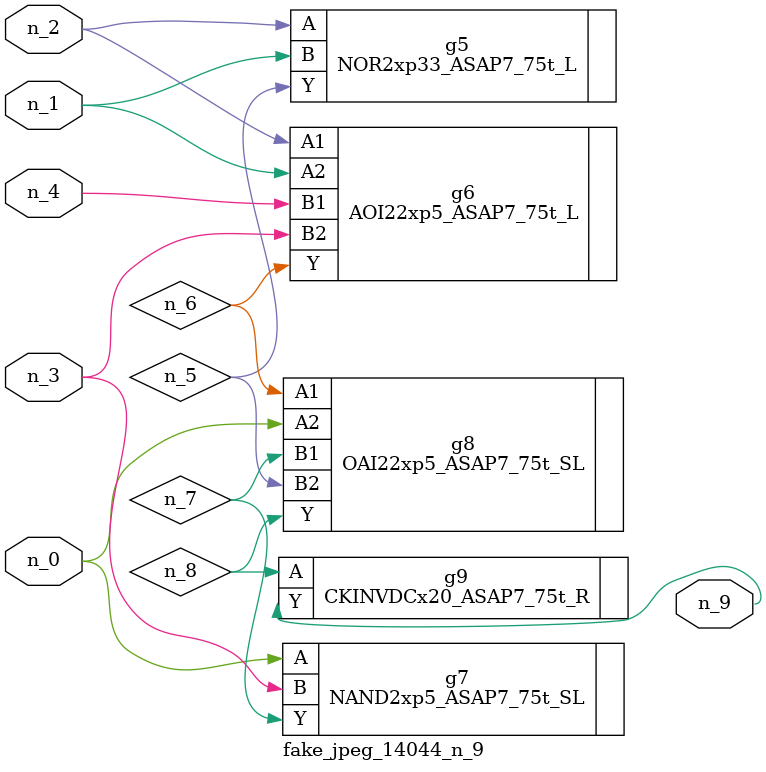
<source format=v>
module fake_jpeg_14044_n_9 (n_3, n_2, n_1, n_0, n_4, n_9);

input n_3;
input n_2;
input n_1;
input n_0;
input n_4;

output n_9;

wire n_8;
wire n_6;
wire n_5;
wire n_7;

NOR2xp33_ASAP7_75t_L g5 ( 
.A(n_2),
.B(n_1),
.Y(n_5)
);

AOI22xp5_ASAP7_75t_L g6 ( 
.A1(n_2),
.A2(n_1),
.B1(n_4),
.B2(n_3),
.Y(n_6)
);

NAND2xp5_ASAP7_75t_SL g7 ( 
.A(n_0),
.B(n_3),
.Y(n_7)
);

OAI22xp5_ASAP7_75t_SL g8 ( 
.A1(n_6),
.A2(n_0),
.B1(n_7),
.B2(n_5),
.Y(n_8)
);

CKINVDCx20_ASAP7_75t_R g9 ( 
.A(n_8),
.Y(n_9)
);


endmodule
</source>
